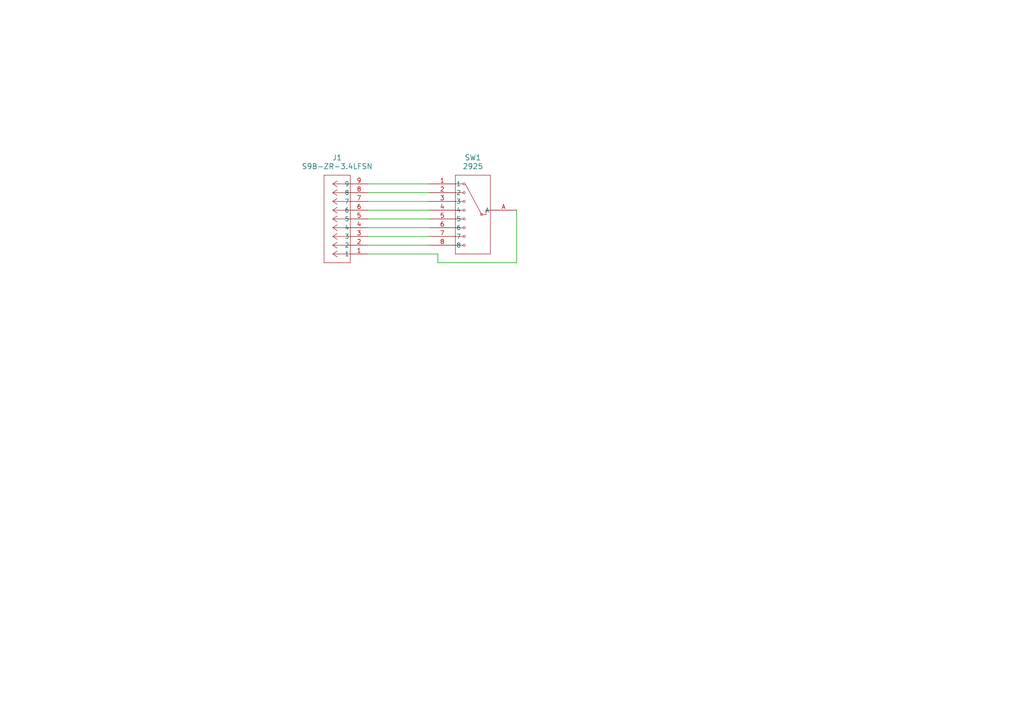
<source format=kicad_sch>
(kicad_sch (version 20250114) (generator "eeschema") (generator_version "9.0")
  (paper "A4")
  (lib_symbols
    (symbol "JST_Connector:S9B-ZR-3.4LFSN" (pin_names (offset 0.254))
      (property "Reference" "J" (at 8.89 6.35 0))
      (property "Value" "S9B-ZR-3.4LFSN" (at 0 0 0))
      (symbol "S9B-ZR-3.4LFSN_1_1"
        (polyline (pts (xy 5.08 2.54) (xy 5.08 -22.86)) (stroke (width 0.127)))
        (polyline (pts (xy 5.08 -22.86) (xy 12.7 -22.86)) (stroke (width 0.127)))
        (polyline (pts (xy 10.16 0) (xy 5.08 0)) (stroke (width 0.127)))
        (polyline (pts (xy 10.16 0) (xy 8.89 0.8467)) (stroke (width 0.127)))
        (polyline (pts (xy 10.16 0) (xy 8.89 -0.8467)) (stroke (width 0.127)))
        (polyline (pts (xy 10.16 -2.54) (xy 5.08 -2.54)) (stroke (width 0.127)))
        (polyline (pts (xy 10.16 -2.54) (xy 8.89 -1.6933)) (stroke (width 0.127)))
        (polyline (pts (xy 10.16 -2.54) (xy 8.89 -3.3867)) (stroke (width 0.127)))
        (polyline (pts (xy 10.16 -5.08) (xy 5.08 -5.08)) (stroke (width 0.127)))
        (polyline (pts (xy 10.16 -5.08) (xy 8.89 -4.2333)) (stroke (width 0.127)))
        (polyline (pts (xy 10.16 -5.08) (xy 8.89 -5.9267)) (stroke (width 0.127)))
        (polyline (pts (xy 10.16 -7.62) (xy 5.08 -7.62)) (stroke (width 0.127)))
        (polyline (pts (xy 10.16 -7.62) (xy 8.89 -6.7733)) (stroke (width 0.127)))
        (polyline (pts (xy 10.16 -7.62) (xy 8.89 -8.4667)) (stroke (width 0.127)))
        (polyline (pts (xy 10.16 -10.16) (xy 5.08 -10.16)) (stroke (width 0.127)))
        (polyline (pts (xy 10.16 -10.16) (xy 8.89 -9.3133)) (stroke (width 0.127)))
        (polyline (pts (xy 10.16 -10.16) (xy 8.89 -11.0067)) (stroke (width 0.127)))
        (polyline (pts (xy 10.16 -12.7) (xy 5.08 -12.7)) (stroke (width 0.127)))
        (polyline (pts (xy 10.16 -12.7) (xy 8.89 -11.8533)) (stroke (width 0.127)))
        (polyline (pts (xy 10.16 -12.7) (xy 8.89 -13.5467)) (stroke (width 0.127)))
        (polyline (pts (xy 10.16 -15.24) (xy 5.08 -15.24)) (stroke (width 0.127)))
        (polyline (pts (xy 10.16 -15.24) (xy 8.89 -14.3933)) (stroke (width 0.127)))
        (polyline (pts (xy 10.16 -15.24) (xy 8.89 -16.0867)) (stroke (width 0.127)))
        (polyline (pts (xy 10.16 -17.78) (xy 5.08 -17.78)) (stroke (width 0.127)))
        (polyline (pts (xy 10.16 -17.78) (xy 8.89 -16.9333)) (stroke (width 0.127)))
        (polyline (pts (xy 10.16 -17.78) (xy 8.89 -18.6267)) (stroke (width 0.127)))
        (polyline (pts (xy 10.16 -20.32) (xy 5.08 -20.32)) (stroke (width 0.127)))
        (polyline (pts (xy 10.16 -20.32) (xy 8.89 -19.4733)) (stroke (width 0.127)))
        (polyline (pts (xy 10.16 -20.32) (xy 8.89 -21.1667)) (stroke (width 0.127)))
        (polyline (pts (xy 12.7 2.54) (xy 5.08 2.54)) (stroke (width 0.127)))
        (polyline (pts (xy 12.7 -22.86) (xy 12.7 2.54)) (stroke (width 0.127)))
        (pin unspecified line (at 0 0 0) (length 5.08) (name "1") (number "1"))
        (pin unspecified line (at 0 -2.54 0) (length 5.08) (name "2") (number "2"))
        (pin unspecified line (at 0 -5.08 0) (length 5.08) (name "3") (number "3"))
        (pin unspecified line (at 0 -7.62 0) (length 5.08) (name "4") (number "4"))
        (pin unspecified line (at 0 -10.16 0) (length 5.08) (name "5") (number "5"))
        (pin unspecified line (at 0 -12.7 0) (length 5.08) (name "6") (number "6"))
        (pin unspecified line (at 0 -15.24 0) (length 5.08) (name "7") (number "7"))
        (pin unspecified line (at 0 -17.78 0) (length 5.08) (name "8") (number "8"))
        (pin unspecified line (at 0 -20.32 0) (length 5.08) (name "9") (number "9"))
      )
      (symbol "S9B-ZR-3.4LFSN_1_2"
        (polyline (pts (xy 5.08 2.54) (xy 5.08 -22.86)) (stroke (width 0.127)))
        (polyline (pts (xy 5.08 -22.86) (xy 12.7 -22.86)) (stroke (width 0.127)))
        (polyline (pts (xy 7.62 0) (xy 5.08 0)) (stroke (width 0.127)))
        (polyline (pts (xy 7.62 0) (xy 8.89 0.8467)) (stroke (width 0.127)))
        (polyline (pts (xy 7.62 0) (xy 8.89 -0.8467)) (stroke (width 0.127)))
        (polyline (pts (xy 7.62 -2.54) (xy 5.08 -2.54)) (stroke (width 0.127)))
        (polyline (pts (xy 7.62 -2.54) (xy 8.89 -1.6933)) (stroke (width 0.127)))
        (polyline (pts (xy 7.62 -2.54) (xy 8.89 -3.3867)) (stroke (width 0.127)))
        (polyline (pts (xy 7.62 -5.08) (xy 5.08 -5.08)) (stroke (width 0.127)))
        (polyline (pts (xy 7.62 -5.08) (xy 8.89 -4.2333)) (stroke (width 0.127)))
        (polyline (pts (xy 7.62 -5.08) (xy 8.89 -5.9267)) (stroke (width 0.127)))
        (polyline (pts (xy 7.62 -7.62) (xy 5.08 -7.62)) (stroke (width 0.127)))
        (polyline (pts (xy 7.62 -7.62) (xy 8.89 -6.7733)) (stroke (width 0.127)))
        (polyline (pts (xy 7.62 -7.62) (xy 8.89 -8.4667)) (stroke (width 0.127)))
        (polyline (pts (xy 7.62 -10.16) (xy 5.08 -10.16)) (stroke (width 0.127)))
        (polyline (pts (xy 7.62 -10.16) (xy 8.89 -9.3133)) (stroke (width 0.127)))
        (polyline (pts (xy 7.62 -10.16) (xy 8.89 -11.0067)) (stroke (width 0.127)))
        (polyline (pts (xy 7.62 -12.7) (xy 5.08 -12.7)) (stroke (width 0.127)))
        (polyline (pts (xy 7.62 -12.7) (xy 8.89 -11.8533)) (stroke (width 0.127)))
        (polyline (pts (xy 7.62 -12.7) (xy 8.89 -13.5467)) (stroke (width 0.127)))
        (polyline (pts (xy 7.62 -15.24) (xy 5.08 -15.24)) (stroke (width 0.127)))
        (polyline (pts (xy 7.62 -15.24) (xy 8.89 -14.3933)) (stroke (width 0.127)))
        (polyline (pts (xy 7.62 -15.24) (xy 8.89 -16.0867)) (stroke (width 0.127)))
        (polyline (pts (xy 7.62 -17.78) (xy 5.08 -17.78)) (stroke (width 0.127)))
        (polyline (pts (xy 7.62 -17.78) (xy 8.89 -16.9333)) (stroke (width 0.127)))
        (polyline (pts (xy 7.62 -17.78) (xy 8.89 -18.6267)) (stroke (width 0.127)))
        (polyline (pts (xy 7.62 -20.32) (xy 5.08 -20.32)) (stroke (width 0.127)))
        (polyline (pts (xy 7.62 -20.32) (xy 8.89 -19.4733)) (stroke (width 0.127)))
        (polyline (pts (xy 7.62 -20.32) (xy 8.89 -21.1667)) (stroke (width 0.127)))
        (polyline (pts (xy 12.7 2.54) (xy 5.08 2.54)) (stroke (width 0.127)))
        (polyline (pts (xy 12.7 -22.86) (xy 12.7 2.54)) (stroke (width 0.127)))
        (pin unspecified line (at 0 0 0) (length 5.08) (name "1") (number "1"))
        (pin unspecified line (at 0 -2.54 0) (length 5.08) (name "2") (number "2"))
        (pin unspecified line (at 0 -5.08 0) (length 5.08) (name "3") (number "3"))
        (pin unspecified line (at 0 -7.62 0) (length 5.08) (name "4") (number "4"))
        (pin unspecified line (at 0 -10.16 0) (length 5.08) (name "5") (number "5"))
        (pin unspecified line (at 0 -12.7 0) (length 5.08) (name "6") (number "6"))
        (pin unspecified line (at 0 -15.24 0) (length 5.08) (name "7") (number "7"))
        (pin unspecified line (at 0 -17.78 0) (length 5.08) (name "8") (number "8"))
        (pin unspecified line (at 0 -20.32 0) (length 5.08) (name "9") (number "9"))
      )
    )
    (symbol "SP8T Rotary Switch:2925" (pin_names (offset 0.254))
      (property "Reference" "SW" (at 12.7 7.62 0))
      (property "Value" "2925" (at 12.7 5.08 0))
      (symbol "2925_0_1"
        (polyline (pts (xy 7.62 2.54) (xy 7.62 -20.32)) (stroke (width 0.127)))
        (polyline (pts (xy 7.62 0) (xy 9.8425 0)) (stroke (width 0.127)))
        (polyline (pts (xy 7.62 -2.54) (xy 9.8425 -2.54)) (stroke (width 0.127)))
        (polyline (pts (xy 7.62 -5.08) (xy 9.8425 -5.08)) (stroke (width 0.127)))
        (polyline (pts (xy 7.62 -7.62) (xy 9.8425 -7.62)) (stroke (width 0.127)))
        (polyline (pts (xy 7.62 -10.16) (xy 9.8425 -10.16)) (stroke (width 0.127)))
        (polyline (pts (xy 7.62 -12.7) (xy 9.8425 -12.7)) (stroke (width 0.127)))
        (polyline (pts (xy 7.62 -15.24) (xy 9.8425 -15.24)) (stroke (width 0.127)))
        (polyline (pts (xy 7.62 -17.78) (xy 9.8425 -17.78)) (stroke (width 0.127)))
        (polyline (pts (xy 7.62 -20.32) (xy 17.78 -20.32)) (stroke (width 0.127)))
        (circle (center 10.16 0) (radius 0.3048) (stroke (width 0.127)))
        (circle (center 10.16 -2.54) (radius 0.3048) (stroke (width 0.127)))
        (circle (center 10.16 -5.08) (radius 0.3048) (stroke (width 0.127)))
        (circle (center 10.16 -7.62) (radius 0.3048) (stroke (width 0.127)))
        (circle (center 10.16 -10.16) (radius 0.3048) (stroke (width 0.127)))
        (circle (center 10.16 -12.7) (radius 0.3048) (stroke (width 0.127)))
        (circle (center 10.16 -15.24) (radius 0.3048) (stroke (width 0.127)))
        (circle (center 10.16 -17.78) (radius 0.3048) (stroke (width 0.127)))
        (polyline (pts (xy 15.24 -8.89) (xy 10.4775 0)) (stroke (width 0.127)))
        (circle (center 15.24 -8.89) (radius 0.3048) (stroke (width 0.127)))
        (polyline (pts (xy 16.51 -7.62) (xy 16.51 -8.89)) (stroke (width 0.127)))
        (polyline (pts (xy 16.51 -8.89) (xy 15.5575 -8.89)) (stroke (width 0.127)))
        (polyline (pts (xy 17.78 2.54) (xy 7.62 2.54)) (stroke (width 0.127)))
        (polyline (pts (xy 17.78 -7.62) (xy 16.51 -7.62)) (stroke (width 0.127)))
        (polyline (pts (xy 17.78 -20.32) (xy 17.78 2.54)) (stroke (width 0.127)))
        (pin unspecified line (at 0 0 0) (length 7.62) (name "1") (number "1"))
        (pin unspecified line (at 0 -2.54 0) (length 7.62) (name "2") (number "2"))
        (pin unspecified line (at 0 -5.08 0) (length 7.62) (name "3") (number "3"))
        (pin unspecified line (at 0 -7.62 0) (length 7.62) (name "4") (number "4"))
        (pin unspecified line (at 0 -10.16 0) (length 7.62) (name "5") (number "5"))
        (pin unspecified line (at 0 -12.7 0) (length 7.62) (name "6") (number "6"))
        (pin unspecified line (at 0 -15.24 0) (length 7.62) (name "7") (number "7"))
        (pin unspecified line (at 0 -17.78 0) (length 7.62) (name "8") (number "8"))
        (pin unspecified line (at 25.4 -7.62 180) (length 7.62) (name "A") (number "A"))
      )
    )
  )
  (wire (pts (xy 106.68 66.04) (xy 124.46 66.04)))
  (wire (pts (xy 106.68 58.42) (xy 124.46 58.42)))
  (wire (pts (xy 149.86 76.2) (xy 149.86 60.96)))
  (wire (pts (xy 127 73.66) (xy 127 76.2)))
  (wire (pts (xy 127 76.2) (xy 149.86 76.2)))
  (wire (pts (xy 106.68 55.88) (xy 124.46 55.88)))
  (wire (pts (xy 106.68 60.96) (xy 124.46 60.96)))
  (wire (pts (xy 106.68 63.5) (xy 124.46 63.5)))
  (wire (pts (xy 106.68 73.66) (xy 127 73.66)))
  (wire (pts (xy 106.68 53.34) (xy 124.46 53.34)))
  (wire (pts (xy 106.68 71.12) (xy 124.46 71.12)))
  (wire (pts (xy 106.68 68.58) (xy 124.46 68.58)))
  (symbol (lib_id "SP8T Rotary Switch:2925") (at 124.46 53.34 0) (unit 1)
    (property "Reference" "SW1" (at 137.16 45.72 0) (effects (font (size 1.524 1.524))))
    (property "Value" "2925" (at 137.16 48.26 0) (effects (font (size 1.524 1.524))))
    (property "Footprint" "5925_rotary:2925_ADA" (effects (hide yes)))
    (property "Datasheet" "2925" (effects (hide yes)))
  )
  (symbol (lib_id "JST_Connector:S9B-ZR-3.4LFSN") (at 106.68 73.66 180) (unit 1)
    (property "Reference" "J1" (at 97.79 45.72 0) (effects (font (size 1.524 1.524))))
    (property "Value" "S9B-ZR-3.4LFSN" (at 97.79 48.26 0) (effects (font (size 1.524 1.524))))
    (property "Footprint" "JST_Connector:CONN9_S9B-ZR_JST" (effects (hide yes)))
    (property "Datasheet" "S9B-ZR-3.4LFSN" (effects (hide yes)))
  )
)
</source>
